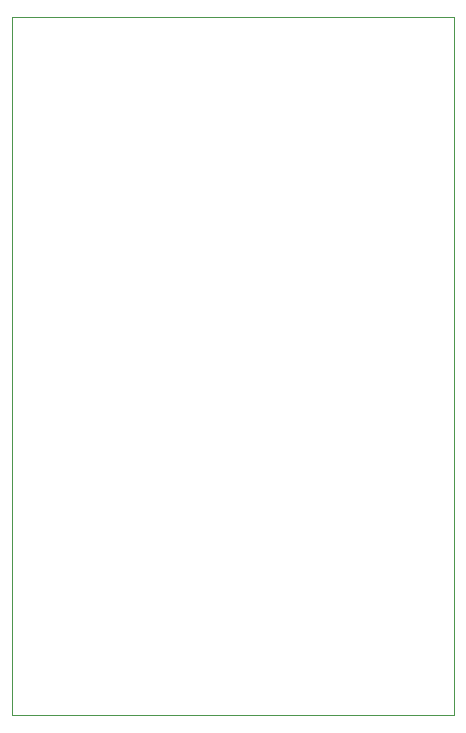
<source format=gbr>
%TF.GenerationSoftware,KiCad,Pcbnew,7.0.10-7.0.10~ubuntu20.04.1*%
%TF.CreationDate,2024-02-13T11:26:12+09:00*%
%TF.ProjectId,diy_oled_3d_controller,6469795f-6f6c-4656-945f-33645f636f6e,rev?*%
%TF.SameCoordinates,Original*%
%TF.FileFunction,Profile,NP*%
%FSLAX46Y46*%
G04 Gerber Fmt 4.6, Leading zero omitted, Abs format (unit mm)*
G04 Created by KiCad (PCBNEW 7.0.10-7.0.10~ubuntu20.04.1) date 2024-02-13 11:26:12*
%MOMM*%
%LPD*%
G01*
G04 APERTURE LIST*
%TA.AperFunction,Profile*%
%ADD10C,0.100000*%
%TD*%
G04 APERTURE END LIST*
D10*
X91440000Y-107950000D02*
X91440000Y-48895000D01*
X128905000Y-48895000D02*
X128905000Y-107950000D01*
X128905000Y-107950000D02*
X91440000Y-107950000D01*
X91440000Y-48895000D02*
X128905000Y-48895000D01*
M02*

</source>
